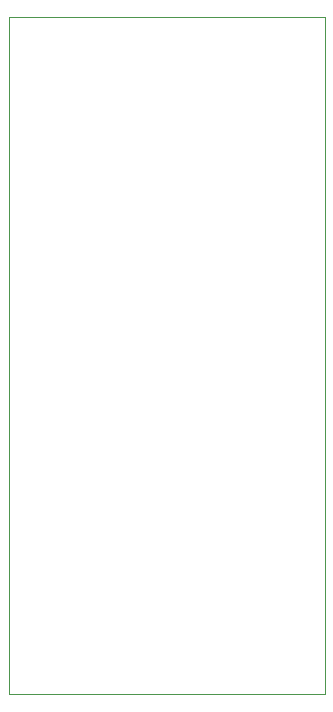
<source format=gbr>
%FSLAX34Y34*%
G04 Gerber Fmt 3.4, Leading zero omitted, Abs format*
G04 (created by PCBNEW (2013-11-28 BZR 4510)-product) date Mon 24 Mar 2014 08:07:25 PM EDT*
%MOIN*%
G01*
G70*
G90*
G04 APERTURE LIST*
%ADD10C,0.005906*%
%ADD11C,0.003937*%
G04 APERTURE END LIST*
G54D10*
G54D11*
X63790Y-49340D02*
X63790Y-26760D01*
X53250Y-49340D02*
X63790Y-49340D01*
X53250Y-26760D02*
X53250Y-49340D01*
X53250Y-26760D02*
X63790Y-26760D01*
M02*

</source>
